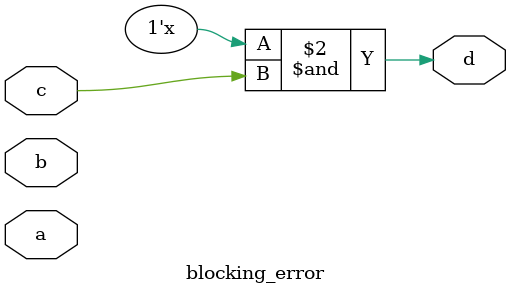
<source format=v>
module blocking_error (input a , input b , input  c, output reg d); 
reg x;
always @ (*)
begin
	d = x & c;
	x = a | b;
end
endmodule

</source>
